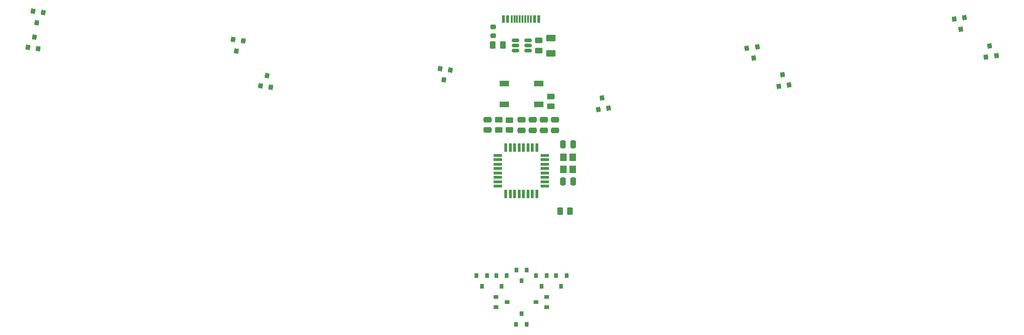
<source format=gbr>
%TF.GenerationSoftware,KiCad,Pcbnew,(6.99.0-222-g367431f825)*%
%TF.CreationDate,2022-01-18T12:08:00+01:00*%
%TF.ProjectId,Adalyn,4164616c-796e-42e6-9b69-6361645f7063,rev?*%
%TF.SameCoordinates,Original*%
%TF.FileFunction,Paste,Bot*%
%TF.FilePolarity,Positive*%
%FSLAX46Y46*%
G04 Gerber Fmt 4.6, Leading zero omitted, Abs format (unit mm)*
G04 Created by KiCad (PCBNEW (6.99.0-222-g367431f825)) date 2022-01-18 12:08:00*
%MOMM*%
%LPD*%
G01*
G04 APERTURE LIST*
G04 Aperture macros list*
%AMRoundRect*
0 Rectangle with rounded corners*
0 $1 Rounding radius*
0 $2 $3 $4 $5 $6 $7 $8 $9 X,Y pos of 4 corners*
0 Add a 4 corners polygon primitive as box body*
4,1,4,$2,$3,$4,$5,$6,$7,$8,$9,$2,$3,0*
0 Add four circle primitives for the rounded corners*
1,1,$1+$1,$2,$3*
1,1,$1+$1,$4,$5*
1,1,$1+$1,$6,$7*
1,1,$1+$1,$8,$9*
0 Add four rect primitives between the rounded corners*
20,1,$1+$1,$2,$3,$4,$5,0*
20,1,$1+$1,$4,$5,$6,$7,0*
20,1,$1+$1,$6,$7,$8,$9,0*
20,1,$1+$1,$8,$9,$2,$3,0*%
%AMRotRect*
0 Rectangle, with rotation*
0 The origin of the aperture is its center*
0 $1 length*
0 $2 width*
0 $3 Rotation angle, in degrees counterclockwise*
0 Add horizontal line*
21,1,$1,$2,0,0,$3*%
G04 Aperture macros list end*
%ADD10R,1.700000X1.000000*%
%ADD11RotRect,0.900000X0.800000X262.000000*%
%ADD12RotRect,0.900000X0.800000X278.000000*%
%ADD13RotRect,0.900000X0.800000X82.000000*%
%ADD14RotRect,0.900000X0.800000X98.000000*%
%ADD15R,0.800000X0.900000*%
%ADD16R,0.900000X0.800000*%
%ADD17RoundRect,0.250000X-0.475000X0.250000X-0.475000X-0.250000X0.475000X-0.250000X0.475000X0.250000X0*%
%ADD18RoundRect,0.250000X0.475000X-0.250000X0.475000X0.250000X-0.475000X0.250000X-0.475000X-0.250000X0*%
%ADD19RoundRect,0.250000X0.450000X-0.262500X0.450000X0.262500X-0.450000X0.262500X-0.450000X-0.262500X0*%
%ADD20RoundRect,0.250000X-0.262500X-0.450000X0.262500X-0.450000X0.262500X0.450000X-0.262500X0.450000X0*%
%ADD21RoundRect,0.250000X-0.625000X0.375000X-0.625000X-0.375000X0.625000X-0.375000X0.625000X0.375000X0*%
%ADD22RoundRect,0.218750X0.256250X-0.218750X0.256250X0.218750X-0.256250X0.218750X-0.256250X-0.218750X0*%
%ADD23RoundRect,0.250000X-0.450000X0.262500X-0.450000X-0.262500X0.450000X-0.262500X0.450000X0.262500X0*%
%ADD24R,0.600000X1.450000*%
%ADD25R,0.300000X1.450000*%
%ADD26R,1.600000X0.550000*%
%ADD27R,0.550000X1.600000*%
%ADD28RoundRect,0.250000X0.250000X0.475000X-0.250000X0.475000X-0.250000X-0.475000X0.250000X-0.475000X0*%
%ADD29R,1.200000X1.400000*%
%ADD30RoundRect,0.150000X0.512500X0.150000X-0.512500X0.150000X-0.512500X-0.150000X0.512500X-0.150000X0*%
%ADD31RoundRect,0.250000X-0.250000X-0.475000X0.250000X-0.475000X0.250000X0.475000X-0.250000X0.475000X0*%
G04 APERTURE END LIST*
D10*
%TO.C,SW1*%
X142494099Y-74230796D03*
X148794099Y-74230796D03*
X142494099Y-70430796D03*
X148794099Y-70430796D03*
%TD*%
D11*
%TO.C,D101*%
X58644027Y-57472742D03*
X56762517Y-57208313D03*
X57424926Y-59321064D03*
%TD*%
%TO.C,D102*%
X95014027Y-62612742D03*
X93132517Y-62348313D03*
X93794926Y-64461064D03*
%TD*%
%TO.C,D103*%
X132734027Y-67922742D03*
X130852517Y-67658313D03*
X131514926Y-69771064D03*
%TD*%
D12*
%TO.C,D104*%
X188565681Y-63678313D03*
X186684171Y-63942742D03*
X187903272Y-65791064D03*
%TD*%
%TO.C,D105*%
X226295681Y-58378313D03*
X224414171Y-58642742D03*
X225633272Y-60491064D03*
%TD*%
D13*
%TO.C,D106*%
X55794171Y-63778850D03*
X57675681Y-64043279D03*
X57013272Y-61930528D03*
%TD*%
%TO.C,D107*%
X98144171Y-70828850D03*
X100025681Y-71093279D03*
X99363272Y-68980528D03*
%TD*%
D14*
%TO.C,D109*%
X192481690Y-70913547D03*
X194363200Y-70649118D03*
X193144099Y-68800796D03*
%TD*%
%TO.C,D110*%
X230192517Y-65623279D03*
X232074027Y-65358850D03*
X230854926Y-63510528D03*
%TD*%
D15*
%TO.C,D111*%
X139384099Y-105430796D03*
X137484099Y-105430796D03*
X138434099Y-107430796D03*
%TD*%
%TO.C,D112*%
X142984099Y-105440796D03*
X141084099Y-105440796D03*
X142034099Y-107440796D03*
%TD*%
%TO.C,D113*%
X150220000Y-105430000D03*
X148320000Y-105430000D03*
X149270000Y-107430000D03*
%TD*%
%TO.C,D114*%
X153850000Y-105440000D03*
X151950000Y-105440000D03*
X152900000Y-107440000D03*
%TD*%
D16*
%TO.C,D115*%
X141030000Y-109340000D03*
X141030000Y-111240000D03*
X143030000Y-110290000D03*
%TD*%
D15*
%TO.C,D116*%
X144680000Y-114390000D03*
X146580000Y-114390000D03*
X145630000Y-112390000D03*
%TD*%
D16*
%TO.C,D117*%
X150270000Y-111240000D03*
X150270000Y-109340000D03*
X148270000Y-110290000D03*
%TD*%
D15*
%TO.C,D118*%
X146594099Y-104430796D03*
X144694099Y-104430796D03*
X145644099Y-106430796D03*
%TD*%
D17*
%TO.C,C2*%
X149750000Y-77040000D03*
X149750000Y-78940000D03*
%TD*%
%TO.C,C4*%
X145650000Y-77040000D03*
X145650000Y-78940000D03*
%TD*%
%TO.C,C5*%
X147710000Y-77040000D03*
X147710000Y-78940000D03*
%TD*%
D18*
%TO.C,C6*%
X139490000Y-78910000D03*
X139490000Y-77010000D03*
%TD*%
D17*
%TO.C,C101*%
X151790000Y-77040000D03*
X151790000Y-78940000D03*
%TD*%
D19*
%TO.C,R2*%
X141510000Y-78862500D03*
X141510000Y-77037500D03*
%TD*%
%TO.C,R3*%
X143480000Y-78882500D03*
X143480000Y-77057500D03*
%TD*%
%TO.C,R4*%
X150974099Y-74573296D03*
X150974099Y-72748296D03*
%TD*%
D20*
%TO.C,R5*%
X152667500Y-93650000D03*
X154492500Y-93650000D03*
%TD*%
D14*
%TO.C,D108*%
X159618418Y-75132483D03*
X161499928Y-74868054D03*
X160280827Y-73019732D03*
%TD*%
D21*
%TO.C,F101*%
X151034099Y-62100796D03*
X151034099Y-64900796D03*
%TD*%
D22*
%TO.C,L101*%
X140474099Y-61648296D03*
X140474099Y-60073296D03*
%TD*%
D20*
%TO.C,R101*%
X140441599Y-63370796D03*
X142266599Y-63370796D03*
%TD*%
D23*
%TO.C,R102*%
X148814099Y-62548296D03*
X148814099Y-64373296D03*
%TD*%
D24*
%TO.C,USB101*%
X142379099Y-58665796D03*
X143154099Y-58665796D03*
D25*
X143854099Y-58665796D03*
X144354099Y-58665796D03*
X144854099Y-58665796D03*
X145354099Y-58665796D03*
X145854099Y-58665796D03*
X146354099Y-58665796D03*
X146854099Y-58665796D03*
X147354099Y-58665796D03*
D24*
X148054099Y-58665796D03*
X148829099Y-58665796D03*
%TD*%
D26*
%TO.C,U1*%
X149874099Y-83530796D03*
X149874099Y-84330796D03*
X149874099Y-85130796D03*
X149874099Y-85930796D03*
X149874099Y-86730796D03*
X149874099Y-87530796D03*
X149874099Y-88330796D03*
X149874099Y-89130796D03*
D27*
X148424099Y-90580796D03*
X147624099Y-90580796D03*
X146824099Y-90580796D03*
X146024099Y-90580796D03*
X145224099Y-90580796D03*
X144424099Y-90580796D03*
X143624099Y-90580796D03*
X142824099Y-90580796D03*
D26*
X141374099Y-89130796D03*
X141374099Y-88330796D03*
X141374099Y-87530796D03*
X141374099Y-86730796D03*
X141374099Y-85930796D03*
X141374099Y-85130796D03*
X141374099Y-84330796D03*
X141374099Y-83530796D03*
D27*
X142824099Y-82080796D03*
X143624099Y-82080796D03*
X144424099Y-82080796D03*
X145224099Y-82080796D03*
X146024099Y-82080796D03*
X146824099Y-82080796D03*
X147624099Y-82080796D03*
X148424099Y-82080796D03*
%TD*%
D28*
%TO.C,C7*%
X155070000Y-88250000D03*
X153170000Y-88250000D03*
%TD*%
D29*
%TO.C,Y1*%
X154964099Y-83900796D03*
X154964099Y-86100796D03*
X153264099Y-86100796D03*
X153264099Y-83900796D03*
%TD*%
D30*
%TO.C,U102*%
X146841599Y-62520796D03*
X146841599Y-63470796D03*
X146841599Y-64420796D03*
X144566599Y-64420796D03*
X144566599Y-63470796D03*
X144566599Y-62520796D03*
%TD*%
D31*
%TO.C,C8*%
X153160000Y-81480000D03*
X155060000Y-81480000D03*
%TD*%
M02*

</source>
